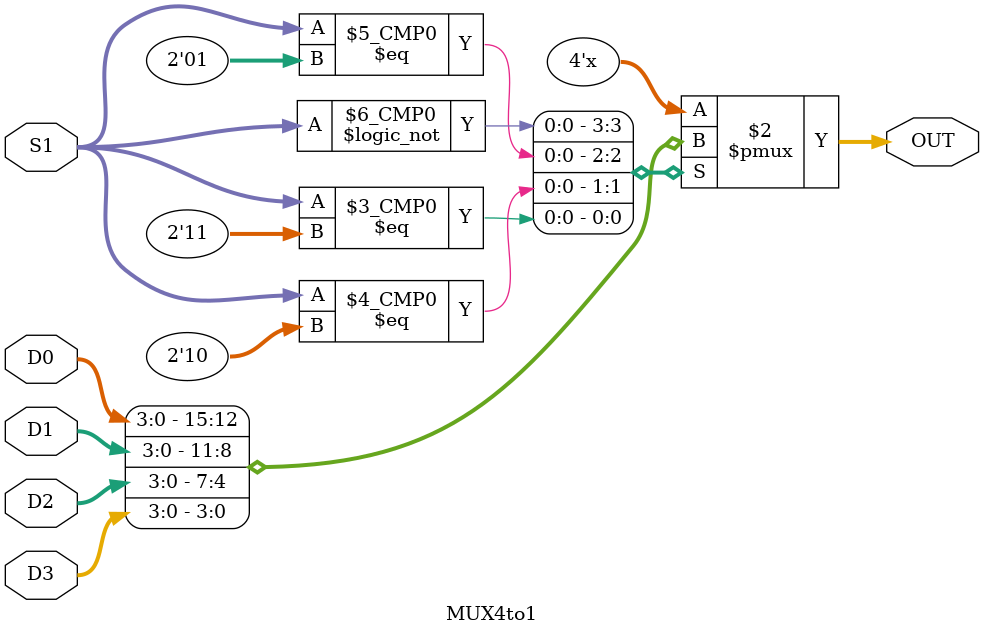
<source format=v>
module MUX4to1(
    input [3:0] D3,D2,D1,D0,
    input [1:0] S1,
    output reg [3:0] OUT
);


always @(D3 or D2 or D1 or D0 or S1)
begin
    case(S1)
     2'b00 : OUT = D0;
     2'b01 : OUT = D1;
     2'b10 : OUT = D2;
     2'b11 : OUT = D3;
     default : OUT = 0;
    endcase
end
endmodule
</source>
